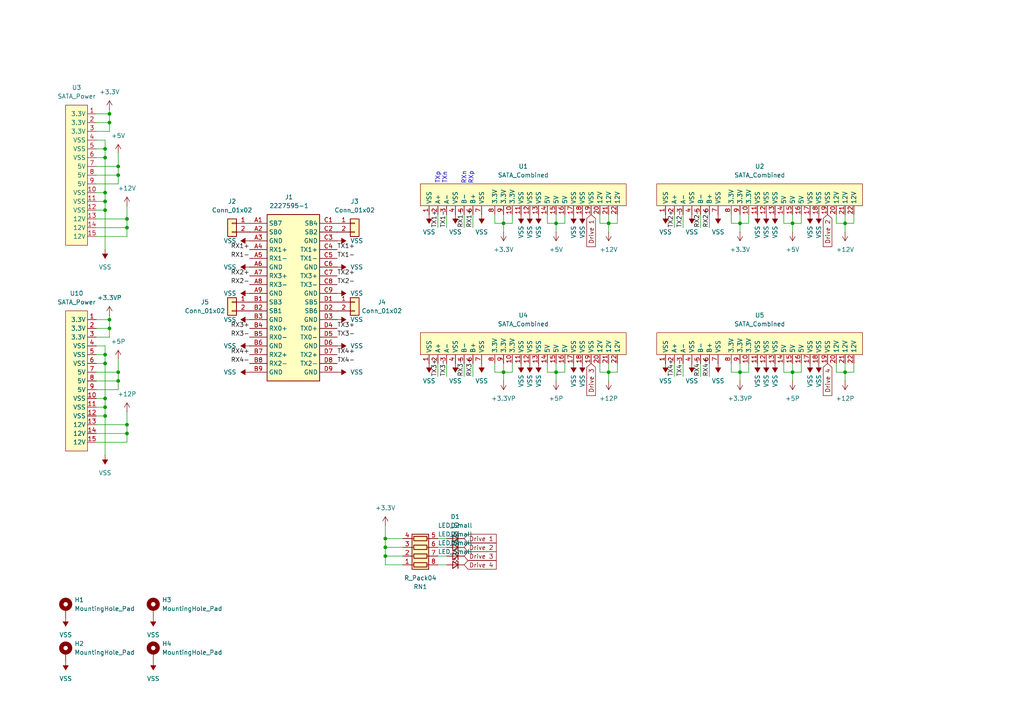
<source format=kicad_sch>
(kicad_sch (version 20250114) (generator "eeschema") (generator_version "9.0")
  (paper "A4")
  (lib_symbols
    (symbol "Connector_Generic:Conn_01x02" (pin_names (offset 1.016) (hide yes))
      (property "Reference" "J" (at 0 2.54 0))
      (property "Value" "Conn_01x02" (at 0 -5.08 0))
      (symbol "Conn_01x02_1_1"
        (rectangle (start -1.27 1.27) (end 1.27 -3.81) (stroke (width 0.254)) (fill (type background)))
        (rectangle (start -1.27 0.127) (end 0 -0.127) (stroke (width 0.1524)))
        (rectangle (start -1.27 -2.413) (end 0 -2.667) (stroke (width 0.1524)))
        (pin passive line (at -5.08 0 0) (length 3.81) (name "Pin_1") (number "1"))
        (pin passive line (at -5.08 -2.54 0) (length 3.81) (name "Pin_2") (number "2"))
      )
    )
    (symbol "Device:LED_Small" (pin_numbers (hide yes)) (pin_names (offset 0.254) (hide yes))
      (property "Reference" "D" (at -1.27 3.175 0))
      (property "Value" "LED_Small" (at -4.445 -2.54 0))
      (symbol "LED_Small_0_1"
        (polyline (pts (xy -0.762 -1.016) (xy -0.762 1.016)) (stroke (width 0.254)))
        (polyline (pts (xy 0 0.762) (xy -0.508 1.27) (xy -0.254 1.27) (xy -0.508 1.27) (xy -0.508 1.016)))
        (polyline (pts (xy 0.508 1.27) (xy 0 1.778) (xy 0.254 1.778) (xy 0 1.778) (xy 0 1.524)))
        (polyline (pts (xy 0.762 -1.016) (xy -0.762 0) (xy 0.762 1.016) (xy 0.762 -1.016)) (stroke (width 0.254)))
        (polyline (pts (xy 1.016 0) (xy -0.762 0)))
      )
      (symbol "LED_Small_1_1"
        (pin passive line (at -2.54 0 0) (length 1.778) (name "K") (number "1"))
        (pin passive line (at 2.54 0 180) (length 1.778) (name "A") (number "2"))
      )
    )
    (symbol "Device:R_Pack04" (pin_names (offset 0) (hide yes))
      (property "Reference" "RN" (at -7.62 0 90))
      (property "Value" "R_Pack04" (at 5.08 0 90))
      (symbol "R_Pack04_0_1"
        (rectangle (start -6.35 -2.413) (end 3.81 2.413) (stroke (width 0.254)) (fill (type background)))
        (rectangle (start -5.715 1.905) (end -4.445 -1.905) (stroke (width 0.254)))
        (polyline (pts (xy -5.08 1.905) (xy -5.08 2.54)))
        (polyline (pts (xy -5.08 -2.54) (xy -5.08 -1.905)))
        (rectangle (start -3.175 1.905) (end -1.905 -1.905) (stroke (width 0.254)))
        (polyline (pts (xy -2.54 1.905) (xy -2.54 2.54)))
        (polyline (pts (xy -2.54 -2.54) (xy -2.54 -1.905)))
        (rectangle (start -0.635 1.905) (end 0.635 -1.905) (stroke (width 0.254)))
        (polyline (pts (xy 0 1.905) (xy 0 2.54)))
        (polyline (pts (xy 0 -2.54) (xy 0 -1.905)))
        (rectangle (start 1.905 1.905) (end 3.175 -1.905) (stroke (width 0.254)))
        (polyline (pts (xy 2.54 1.905) (xy 2.54 2.54)))
        (polyline (pts (xy 2.54 -2.54) (xy 2.54 -1.905)))
      )
      (symbol "R_Pack04_1_1"
        (pin passive line (at -5.08 5.08 270) (length 2.54) (name "R1.2") (number "8"))
        (pin passive line (at -5.08 -5.08 90) (length 2.54) (name "R1.1") (number "1"))
        (pin passive line (at -2.54 5.08 270) (length 2.54) (name "R2.2") (number "7"))
        (pin passive line (at -2.54 -5.08 90) (length 2.54) (name "R2.1") (number "2"))
        (pin passive line (at 0 5.08 270) (length 2.54) (name "R3.2") (number "6"))
        (pin passive line (at 0 -5.08 90) (length 2.54) (name "R3.1") (number "3"))
        (pin passive line (at 2.54 5.08 270) (length 2.54) (name "R4.2") (number "5"))
        (pin passive line (at 2.54 -5.08 90) (length 2.54) (name "R4.1") (number "4"))
      )
    )
    (symbol "Mechanical:MountingHole_Pad" (pin_numbers (hide yes)) (pin_names (offset 1.016) (hide yes)) (exclude_from_sim yes) (in_bom no)
      (property "Reference" "H" (at 0 6.35 0))
      (property "Value" "MountingHole_Pad" (at 0 4.445 0))
      (symbol "MountingHole_Pad_0_1"
        (circle (center 0 1.27) (radius 1.27) (stroke (width 1.27)))
      )
      (symbol "MountingHole_Pad_1_1"
        (pin input line (at 0 -2.54 90) (length 2.54) (name "1") (number "1"))
      )
    )
    (symbol "UE-Connector:2227595-1"
      (property "Reference" "J" (at 5.08 7.62 0))
      (property "Value" "2227595-1" (at 5.08 5.08 0))
      (symbol "2227595-1_1_1"
        (rectangle (start 5.08 2.54) (end 20.32 -45.72) (stroke (width 0.254)) (fill (type background)))
        (pin passive line (at 0 0 0) (length 5.08) (name "SB7") (number "A1"))
        (pin passive line (at 0 -2.54 0) (length 5.08) (name "SB0") (number "A2"))
        (pin passive line (at 0 -5.08 0) (length 5.08) (name "GND") (number "A3"))
        (pin passive line (at 0 -7.62 0) (length 5.08) (name "RX1+") (number "A4"))
        (pin passive line (at 0 -10.16 0) (length 5.08) (name "RX1-") (number "A5"))
        (pin passive line (at 0 -12.7 0) (length 5.08) (name "GND") (number "A6"))
        (pin passive line (at 0 -15.24 0) (length 5.08) (name "RX3+") (number "A7"))
        (pin passive line (at 0 -17.78 0) (length 5.08) (name "RX3-") (number "A8"))
        (pin passive line (at 0 -20.32 0) (length 5.08) (name "GND") (number "A9"))
        (pin passive line (at 0 -22.86 0) (length 5.08) (name "SB3") (number "B1"))
        (pin passive line (at 0 -25.4 0) (length 5.08) (name "SB1") (number "B2"))
        (pin passive line (at 0 -27.94 0) (length 5.08) (name "GND") (number "B3"))
        (pin passive line (at 0 -30.48 0) (length 5.08) (name "RX0+") (number "B4"))
        (pin passive line (at 0 -33.02 0) (length 5.08) (name "RX0-") (number "B5"))
        (pin passive line (at 0 -35.56 0) (length 5.08) (name "GND") (number "B6"))
        (pin passive line (at 0 -38.1 0) (length 5.08) (name "RX2+") (number "B7"))
        (pin passive line (at 0 -40.64 0) (length 5.08) (name "RX2-") (number "B8"))
        (pin passive line (at 0 -43.18 0) (length 5.08) (name "GND") (number "B9"))
        (pin passive line (at 25.4 0 180) (length 5.08) (name "SB4") (number "C1"))
        (pin passive line (at 25.4 -2.54 180) (length 5.08) (name "SB2") (number "C2"))
        (pin passive line (at 25.4 -5.08 180) (length 5.08) (name "GND") (number "C3"))
        (pin passive line (at 25.4 -7.62 180) (length 5.08) (name "TX1+") (number "C4"))
        (pin passive line (at 25.4 -10.16 180) (length 5.08) (name "TX1-") (number "C5"))
        (pin passive line (at 25.4 -12.7 180) (length 5.08) (name "GND") (number "C6"))
        (pin passive line (at 25.4 -15.24 180) (length 5.08) (name "TX3+") (number "C7"))
        (pin passive line (at 25.4 -17.78 180) (length 5.08) (name "TX3-") (number "C8"))
        (pin passive line (at 25.4 -20.32 180) (length 5.08) (name "GND") (number "C9"))
        (pin passive line (at 25.4 -22.86 180) (length 5.08) (name "SB5") (number "D1"))
        (pin passive line (at 25.4 -25.4 180) (length 5.08) (name "SB6") (number "D2"))
        (pin passive line (at 25.4 -27.94 180) (length 5.08) (name "GND") (number "D3"))
        (pin passive line (at 25.4 -30.48 180) (length 5.08) (name "TX0+") (number "D4"))
        (pin passive line (at 25.4 -33.02 180) (length 5.08) (name "TX0-") (number "D5"))
        (pin passive line (at 25.4 -35.56 180) (length 5.08) (name "GND") (number "D6"))
        (pin passive line (at 25.4 -38.1 180) (length 5.08) (name "TX2+") (number "D7"))
        (pin passive line (at 25.4 -40.64 180) (length 5.08) (name "TX2-") (number "D8"))
        (pin passive line (at 25.4 -43.18 180) (length 5.08) (name "GND") (number "D9"))
      )
    )
    (symbol "UE-Connector:SATA_Combined-22Pin"
      (property "Reference" "U" (at -1.27 -4.826 0))
      (property "Value" "SATA_Combined" (at -7.874 -7.366 0))
      (symbol "SATA_Combined-22Pin_1_1"
        (rectangle (start 0 -2.54) (end 59.69 -8.89) (fill (type background)))
        (pin input line (at 2.54 0 270) (length 2.54) (name "VSS") (number "1"))
        (pin input line (at 5.08 0 270) (length 2.54) (name "A+") (number "2"))
        (pin input line (at 7.62 0 270) (length 2.54) (name "A-") (number "3"))
        (pin input line (at 10.16 0 270) (length 2.54) (name "VSS") (number "4"))
        (pin input line (at 12.7 0 270) (length 2.54) (name "B-") (number "5"))
        (pin input line (at 15.24 0 270) (length 2.54) (name "B+") (number "6"))
        (pin input line (at 17.78 0 270) (length 2.54) (name "VSS") (number "7"))
        (pin input line (at 21.59 0 270) (length 2.54) (name "3.3V") (number "8"))
        (pin input line (at 24.13 0 270) (length 2.54) (name "3.3V") (number "9"))
        (pin input line (at 26.67 0 270) (length 2.54) (name "3.3V") (number "10"))
        (pin input line (at 29.21 0 270) (length 2.54) (name "VSS") (number "11"))
        (pin input line (at 31.75 0 270) (length 2.54) (name "VSS") (number "12"))
        (pin input line (at 34.29 0 270) (length 2.54) (name "VSS") (number "13"))
        (pin input line (at 36.83 0 270) (length 2.54) (name "5V") (number "14"))
        (pin input line (at 39.37 0 270) (length 2.54) (name "5V") (number "15"))
        (pin input line (at 41.91 0 270) (length 2.54) (name "5V") (number "16"))
        (pin input line (at 44.45 0 270) (length 2.54) (name "VSS") (number "17"))
        (pin input line (at 46.99 0 270) (length 2.54) (name "VSS") (number "18"))
        (pin input line (at 49.53 0 270) (length 2.54) (name "VSS") (number "19"))
        (pin input line (at 52.07 0 270) (length 2.54) (name "12V") (number "20"))
        (pin input line (at 54.61 0 270) (length 2.54) (name "12V") (number "21"))
        (pin input line (at 57.15 0 270) (length 2.54) (name "12V") (number "22"))
      )
    )
    (symbol "UE-Connector:SATA_Power-15Pin"
      (property "Reference" "U" (at -1.524 -1.524 0))
      (property "Value" "SATA_Power" (at -6.096 -7.366 0))
      (symbol "SATA_Power-15Pin_1_1"
        (rectangle (start 0 -2.54) (end 40.64 -8.89) (fill (type background)))
        (pin input line (at 2.54 0 270) (length 2.54) (name "3.3V") (number "1"))
        (pin input line (at 5.08 0 270) (length 2.54) (name "3.3V") (number "2"))
        (pin input line (at 7.62 0 270) (length 2.54) (name "3.3V") (number "3"))
        (pin input line (at 10.16 0 270) (length 2.54) (name "VSS") (number "4"))
        (pin input line (at 12.7 0 270) (length 2.54) (name "VSS") (number "5"))
        (pin input line (at 15.24 0 270) (length 2.54) (name "VSS") (number "6"))
        (pin input line (at 17.78 0 270) (length 2.54) (name "5V") (number "7"))
        (pin input line (at 20.32 0 270) (length 2.54) (name "5V") (number "8"))
        (pin input line (at 22.86 0 270) (length 2.54) (name "5V") (number "9"))
        (pin input line (at 25.4 0 270) (length 2.54) (name "VSS") (number "10"))
        (pin input line (at 27.94 0 270) (length 2.54) (name "VSS") (number "11"))
        (pin input line (at 30.48 0 270) (length 2.54) (name "VSS") (number "12"))
        (pin input line (at 33.02 0 270) (length 2.54) (name "12V") (number "13"))
        (pin input line (at 35.56 0 270) (length 2.54) (name "12V") (number "14"))
        (pin input line (at 38.1 0 270) (length 2.54) (name "12V") (number "15"))
      )
    )
    (symbol "power:+12P" (power) (pin_numbers (hide yes)) (pin_names (offset 0) (hide yes))
      (property "Value" "+12P" (at 0 3.556 0))
      (symbol "+12P_0_1"
        (polyline (pts (xy -0.762 1.27) (xy 0 2.54)))
        (polyline (pts (xy 0 2.54) (xy 0.762 1.27)))
        (polyline (pts (xy 0 0) (xy 0 2.54)))
      )
      (symbol "+12P_1_1"
        (pin power_in line (at 0 0 90) (length 0) (name "~") (number "1"))
      )
    )
    (symbol "power:+12V" (power) (pin_numbers (hide yes)) (pin_names (offset 0) (hide yes))
      (property "Value" "+12V" (at 0 3.556 0))
      (symbol "+12V_0_1"
        (polyline (pts (xy -0.762 1.27) (xy 0 2.54)))
        (polyline (pts (xy 0 2.54) (xy 0.762 1.27)))
        (polyline (pts (xy 0 0) (xy 0 2.54)))
      )
      (symbol "+12V_1_1"
        (pin power_in line (at 0 0 90) (length 0) (name "~") (number "1"))
      )
    )
    (symbol "power:+3.3V" (power) (pin_numbers (hide yes)) (pin_names (offset 0) (hide yes))
      (property "Value" "+3.3V" (at 0 3.556 0))
      (symbol "+3.3V_0_1"
        (polyline (pts (xy -0.762 1.27) (xy 0 2.54)))
        (polyline (pts (xy 0 2.54) (xy 0.762 1.27)))
        (polyline (pts (xy 0 0) (xy 0 2.54)))
      )
      (symbol "+3.3V_1_1"
        (pin power_in line (at 0 0 90) (length 0) (name "~") (number "1"))
      )
    )
    (symbol "power:+3.3VP" (power) (pin_numbers (hide yes)) (pin_names (offset 0) (hide yes))
      (property "Value" "+3.3VP" (at 0 3.556 0))
      (symbol "+3.3VP_0_0"
        (pin power_in line (at 0 0 90) (length 0) (name "~") (number "1"))
      )
      (symbol "+3.3VP_0_1"
        (polyline (pts (xy -0.762 1.27) (xy 0 2.54)))
        (polyline (pts (xy 0 2.54) (xy 0.762 1.27)))
        (polyline (pts (xy 0 0) (xy 0 2.54)))
      )
    )
    (symbol "power:+5P" (power) (pin_numbers (hide yes)) (pin_names (offset 0) (hide yes))
      (property "Value" "+5P" (at 0 3.556 0))
      (symbol "+5P_0_1"
        (polyline (pts (xy -0.762 1.27) (xy 0 2.54)))
        (polyline (pts (xy 0 2.54) (xy 0.762 1.27)))
        (polyline (pts (xy 0 0) (xy 0 2.54)))
      )
      (symbol "+5P_1_1"
        (pin power_in line (at 0 0 90) (length 0) (name "~") (number "1"))
      )
    )
    (symbol "power:+5V" (power) (pin_numbers (hide yes)) (pin_names (offset 0) (hide yes))
      (property "Value" "+5V" (at 0 3.556 0))
      (symbol "+5V_0_1"
        (polyline (pts (xy -0.762 1.27) (xy 0 2.54)))
        (polyline (pts (xy 0 2.54) (xy 0.762 1.27)))
        (polyline (pts (xy 0 0) (xy 0 2.54)))
      )
      (symbol "+5V_1_1"
        (pin power_in line (at 0 0 90) (length 0) (name "~") (number "1"))
      )
    )
    (symbol "power:VSS" (power) (pin_numbers (hide yes)) (pin_names (offset 0) (hide yes))
      (property "Value" "VSS" (at 0 3.556 0))
      (symbol "VSS_0_1"
        (polyline (pts (xy 0 0) (xy 0 2.54)))
        (polyline (pts (xy 0.762 1.27) (xy -0.762 1.27) (xy 0 2.54) (xy 0.762 1.27)) (fill (type outline)))
      )
      (symbol "VSS_1_1"
        (pin power_in line (at 0 0 90) (length 0) (name "~") (number "1"))
      )
    )
  )
  (text "RXn\nRXp" (at 135.636 51.562 90) (effects (font (size 1.27 1.27))))
  (text "TXp\nTXn" (at 128.016 51.562 90) (effects (font (size 1.27 1.27))))
  (junction (at 146.05 64.77))
  (junction (at 111.76 161.29))
  (junction (at 30.48 102.87))
  (junction (at 30.48 118.11))
  (junction (at 36.83 66.04))
  (junction (at 31.75 95.25))
  (junction (at 34.29 110.49))
  (junction (at 31.75 35.56))
  (junction (at 30.48 105.41))
  (junction (at 30.48 58.42))
  (junction (at 161.29 64.77))
  (junction (at 229.87 64.77))
  (junction (at 245.11 64.77))
  (junction (at 36.83 125.73))
  (junction (at 30.48 55.88))
  (junction (at 30.48 43.18))
  (junction (at 31.75 92.71))
  (junction (at 36.83 123.19))
  (junction (at 34.29 107.95))
  (junction (at 34.29 48.26))
  (junction (at 176.53 64.77))
  (junction (at 176.53 107.95))
  (junction (at 245.11 107.95))
  (junction (at 30.48 120.65))
  (junction (at 36.83 63.5))
  (junction (at 214.63 107.95))
  (junction (at 31.75 33.02))
  (junction (at 30.48 45.72))
  (junction (at 30.48 115.57))
  (junction (at 214.63 64.77))
  (junction (at 161.29 107.95))
  (junction (at 146.05 107.95))
  (junction (at 229.87 107.95))
  (junction (at 34.29 50.8))
  (junction (at 30.48 60.96))
  (junction (at 111.76 156.21))
  (junction (at 111.76 158.75))
  (wire (pts (xy 31.75 35.56) (xy 31.75 33.02)))
  (wire (pts (xy 27.94 92.71) (xy 31.75 92.71)))
  (wire (pts (xy 245.11 64.77) (xy 247.65 64.77)))
  (wire (pts (xy 30.48 58.42) (xy 30.48 60.96)))
  (wire (pts (xy 36.83 123.19) (xy 36.83 119.38)))
  (wire (pts (xy 27.94 128.27) (xy 36.83 128.27)))
  (wire (pts (xy 217.17 64.77) (xy 217.17 62.23)))
  (wire (pts (xy 27.94 68.58) (xy 36.83 68.58)))
  (wire (pts (xy 31.75 38.1) (xy 31.75 35.56)))
  (wire (pts (xy 179.07 105.41) (xy 179.07 107.95)))
  (wire (pts (xy 163.83 62.23) (xy 163.83 64.77)))
  (wire (pts (xy 173.99 64.77) (xy 176.53 64.77)))
  (wire (pts (xy 134.62 62.23) (xy 134.62 66.04)))
  (wire (pts (xy 127 158.75) (xy 129.54 158.75)))
  (wire (pts (xy 31.75 33.02) (xy 31.75 31.75)))
  (wire (pts (xy 161.29 105.41) (xy 161.29 107.95)))
  (wire (pts (xy 116.84 163.83) (xy 111.76 163.83)))
  (wire (pts (xy 212.09 107.95) (xy 214.63 107.95)))
  (wire (pts (xy 137.16 62.23) (xy 137.16 66.04)))
  (wire (pts (xy 27.94 55.88) (xy 30.48 55.88)))
  (wire (pts (xy 163.83 105.41) (xy 163.83 107.95)))
  (wire (pts (xy 158.75 64.77) (xy 161.29 64.77)))
  (wire (pts (xy 27.94 113.03) (xy 34.29 113.03)))
  (wire (pts (xy 127 105.41) (xy 127 109.22)))
  (wire (pts (xy 229.87 62.23) (xy 229.87 64.77)))
  (wire (pts (xy 111.76 161.29) (xy 116.84 161.29)))
  (wire (pts (xy 143.51 107.95) (xy 146.05 107.95)))
  (wire (pts (xy 245.11 107.95) (xy 245.11 110.49)))
  (wire (pts (xy 36.83 125.73) (xy 36.83 123.19)))
  (wire (pts (xy 27.94 123.19) (xy 36.83 123.19)))
  (wire (pts (xy 173.99 107.95) (xy 176.53 107.95)))
  (wire (pts (xy 242.57 64.77) (xy 245.11 64.77)))
  (wire (pts (xy 34.29 48.26) (xy 34.29 44.45)))
  (wire (pts (xy 111.76 156.21) (xy 116.84 156.21)))
  (wire (pts (xy 214.63 64.77) (xy 214.63 67.31)))
  (wire (pts (xy 27.94 58.42) (xy 30.48 58.42)))
  (wire (pts (xy 161.29 62.23) (xy 161.29 64.77)))
  (wire (pts (xy 27.94 110.49) (xy 34.29 110.49)))
  (wire (pts (xy 176.53 64.77) (xy 179.07 64.77)))
  (wire (pts (xy 148.59 64.77) (xy 148.59 62.23)))
  (wire (pts (xy 27.94 53.34) (xy 34.29 53.34)))
  (wire (pts (xy 146.05 62.23) (xy 146.05 64.77)))
  (wire (pts (xy 111.76 158.75) (xy 111.76 156.21)))
  (wire (pts (xy 31.75 97.79) (xy 31.75 95.25)))
  (wire (pts (xy 198.12 62.23) (xy 198.12 66.04)))
  (wire (pts (xy 212.09 64.77) (xy 214.63 64.77)))
  (wire (pts (xy 31.75 92.71) (xy 31.75 91.44)))
  (wire (pts (xy 245.11 64.77) (xy 245.11 67.31)))
  (wire (pts (xy 148.59 107.95) (xy 148.59 105.41)))
  (wire (pts (xy 195.58 105.41) (xy 195.58 109.22)))
  (wire (pts (xy 111.76 161.29) (xy 111.76 158.75)))
  (wire (pts (xy 27.94 50.8) (xy 34.29 50.8)))
  (wire (pts (xy 229.87 64.77) (xy 232.41 64.77)))
  (wire (pts (xy 30.48 100.33) (xy 30.48 102.87)))
  (wire (pts (xy 36.83 66.04) (xy 36.83 63.5)))
  (wire (pts (xy 176.53 107.95) (xy 176.53 110.49)))
  (wire (pts (xy 27.94 100.33) (xy 30.48 100.33)))
  (wire (pts (xy 176.53 62.23) (xy 176.53 64.77)))
  (wire (pts (xy 30.48 120.65) (xy 30.48 132.08)))
  (wire (pts (xy 30.48 115.57) (xy 30.48 118.11)))
  (wire (pts (xy 36.83 63.5) (xy 36.83 59.69)))
  (wire (pts (xy 229.87 105.41) (xy 229.87 107.95)))
  (wire (pts (xy 245.11 105.41) (xy 245.11 107.95)))
  (wire (pts (xy 203.2 105.41) (xy 203.2 109.22)))
  (wire (pts (xy 245.11 62.23) (xy 245.11 64.77)))
  (wire (pts (xy 27.94 102.87) (xy 30.48 102.87)))
  (wire (pts (xy 111.76 158.75) (xy 116.84 158.75)))
  (wire (pts (xy 30.48 55.88) (xy 30.48 58.42)))
  (wire (pts (xy 161.29 64.77) (xy 163.83 64.77)))
  (wire (pts (xy 176.53 105.41) (xy 176.53 107.95)))
  (wire (pts (xy 161.29 107.95) (xy 161.29 110.49)))
  (wire (pts (xy 212.09 105.41) (xy 212.09 107.95)))
  (wire (pts (xy 158.75 107.95) (xy 161.29 107.95)))
  (wire (pts (xy 134.62 105.41) (xy 134.62 109.22)))
  (wire (pts (xy 137.16 105.41) (xy 137.16 109.22)))
  (wire (pts (xy 212.09 62.23) (xy 212.09 64.77)))
  (wire (pts (xy 247.65 62.23) (xy 247.65 64.77)))
  (wire (pts (xy 31.75 95.25) (xy 31.75 92.71)))
  (wire (pts (xy 179.07 62.23) (xy 179.07 64.77)))
  (wire (pts (xy 242.57 105.41) (xy 242.57 107.95)))
  (wire (pts (xy 127 156.21) (xy 129.54 156.21)))
  (wire (pts (xy 27.94 105.41) (xy 30.48 105.41)))
  (wire (pts (xy 245.11 107.95) (xy 247.65 107.95)))
  (wire (pts (xy 143.51 105.41) (xy 143.51 107.95)))
  (wire (pts (xy 203.2 62.23) (xy 203.2 66.04)))
  (wire (pts (xy 146.05 64.77) (xy 148.59 64.77)))
  (wire (pts (xy 30.48 40.64) (xy 30.48 43.18)))
  (wire (pts (xy 214.63 107.95) (xy 217.17 107.95)))
  (wire (pts (xy 247.65 105.41) (xy 247.65 107.95)))
  (wire (pts (xy 161.29 64.77) (xy 161.29 67.31)))
  (wire (pts (xy 214.63 107.95) (xy 214.63 110.49)))
  (wire (pts (xy 27.94 63.5) (xy 36.83 63.5)))
  (wire (pts (xy 146.05 107.95) (xy 146.05 110.49)))
  (wire (pts (xy 229.87 64.77) (xy 229.87 67.31)))
  (wire (pts (xy 27.94 43.18) (xy 30.48 43.18)))
  (wire (pts (xy 176.53 64.77) (xy 176.53 67.31)))
  (wire (pts (xy 27.94 118.11) (xy 30.48 118.11)))
  (wire (pts (xy 27.94 60.96) (xy 30.48 60.96)))
  (wire (pts (xy 27.94 115.57) (xy 30.48 115.57)))
  (wire (pts (xy 195.58 62.23) (xy 195.58 66.04)))
  (wire (pts (xy 127 163.83) (xy 129.54 163.83)))
  (wire (pts (xy 30.48 102.87) (xy 30.48 105.41)))
  (wire (pts (xy 30.48 43.18) (xy 30.48 45.72)))
  (wire (pts (xy 205.74 62.23) (xy 205.74 66.04)))
  (wire (pts (xy 232.41 62.23) (xy 232.41 64.77)))
  (wire (pts (xy 198.12 105.41) (xy 198.12 109.22)))
  (wire (pts (xy 214.63 105.41) (xy 214.63 107.95)))
  (wire (pts (xy 229.87 107.95) (xy 232.41 107.95)))
  (wire (pts (xy 27.94 35.56) (xy 31.75 35.56)))
  (wire (pts (xy 27.94 107.95) (xy 34.29 107.95)))
  (wire (pts (xy 36.83 68.58) (xy 36.83 66.04)))
  (wire (pts (xy 34.29 113.03) (xy 34.29 110.49)))
  (wire (pts (xy 217.17 107.95) (xy 217.17 105.41)))
  (wire (pts (xy 143.51 64.77) (xy 146.05 64.77)))
  (wire (pts (xy 158.75 105.41) (xy 158.75 107.95)))
  (wire (pts (xy 30.48 60.96) (xy 30.48 72.39)))
  (wire (pts (xy 173.99 62.23) (xy 173.99 64.77)))
  (wire (pts (xy 214.63 64.77) (xy 217.17 64.77)))
  (wire (pts (xy 146.05 107.95) (xy 148.59 107.95)))
  (wire (pts (xy 111.76 163.83) (xy 111.76 161.29)))
  (wire (pts (xy 242.57 62.23) (xy 242.57 64.77)))
  (wire (pts (xy 111.76 156.21) (xy 111.76 152.4)))
  (wire (pts (xy 34.29 50.8) (xy 34.29 48.26)))
  (wire (pts (xy 227.33 105.41) (xy 227.33 107.95)))
  (wire (pts (xy 36.83 128.27) (xy 36.83 125.73)))
  (wire (pts (xy 27.94 97.79) (xy 31.75 97.79)))
  (wire (pts (xy 232.41 105.41) (xy 232.41 107.95)))
  (wire (pts (xy 176.53 107.95) (xy 179.07 107.95)))
  (wire (pts (xy 34.29 53.34) (xy 34.29 50.8)))
  (wire (pts (xy 127 62.23) (xy 127 66.04)))
  (wire (pts (xy 27.94 66.04) (xy 36.83 66.04)))
  (wire (pts (xy 173.99 105.41) (xy 173.99 107.95)))
  (wire (pts (xy 129.54 62.23) (xy 129.54 66.04)))
  (wire (pts (xy 27.94 95.25) (xy 31.75 95.25)))
  (wire (pts (xy 127 161.29) (xy 129.54 161.29)))
  (wire (pts (xy 129.54 105.41) (xy 129.54 109.22)))
  (wire (pts (xy 30.48 118.11) (xy 30.48 120.65)))
  (wire (pts (xy 227.33 62.23) (xy 227.33 64.77)))
  (wire (pts (xy 34.29 107.95) (xy 34.29 104.14)))
  (wire (pts (xy 227.33 107.95) (xy 229.87 107.95)))
  (wire (pts (xy 143.51 62.23) (xy 143.51 64.77)))
  (wire (pts (xy 146.05 64.77) (xy 146.05 67.31)))
  (wire (pts (xy 27.94 40.64) (xy 30.48 40.64)))
  (wire (pts (xy 34.29 110.49) (xy 34.29 107.95)))
  (wire (pts (xy 214.63 62.23) (xy 214.63 64.77)))
  (wire (pts (xy 27.94 125.73) (xy 36.83 125.73)))
  (wire (pts (xy 158.75 62.23) (xy 158.75 64.77)))
  (wire (pts (xy 229.87 107.95) (xy 229.87 110.49)))
  (wire (pts (xy 161.29 107.95) (xy 163.83 107.95)))
  (wire (pts (xy 27.94 45.72) (xy 30.48 45.72)))
  (wire (pts (xy 27.94 33.02) (xy 31.75 33.02)))
  (wire (pts (xy 30.48 105.41) (xy 30.48 115.57)))
  (wire (pts (xy 30.48 45.72) (xy 30.48 55.88)))
  (wire (pts (xy 27.94 48.26) (xy 34.29 48.26)))
  (wire (pts (xy 27.94 38.1) (xy 31.75 38.1)))
  (wire (pts (xy 146.05 105.41) (xy 146.05 107.95)))
  (wire (pts (xy 27.94 120.65) (xy 30.48 120.65)))
  (wire (pts (xy 227.33 64.77) (xy 229.87 64.77)))
  (wire (pts (xy 242.57 107.95) (xy 245.11 107.95)))
  (wire (pts (xy 205.74 105.41) (xy 205.74 109.22)))
  (label "TX1-" (at 97.79 74.93 0))
  (label "RX4-" (at 203.2 109.22 90))
  (label "TX3-" (at 97.79 97.79 0))
  (label "RX2-" (at 203.2 66.04 90))
  (label "RX2+" (at 72.39 80.01 180))
  (label "TX1-" (at 129.54 66.04 90))
  (label "TX2-" (at 97.79 82.55 0))
  (label "RX1+" (at 72.39 72.39 180))
  (label "TX4-" (at 198.12 109.22 90))
  (label "TX3+" (at 127 109.22 90))
  (label "RX4+" (at 72.39 102.87 180))
  (label "TX4+" (at 97.79 102.87 0))
  (label "TX3-" (at 129.54 109.22 90))
  (label "TX4-" (at 97.79 105.41 0))
  (label "TX2+" (at 97.79 80.01 0))
  (label "RX2+" (at 205.74 66.04 90))
  (label "RX4-" (at 72.39 105.41 180))
  (label "RX1+" (at 137.16 66.04 90))
  (label "RX3+" (at 137.16 109.22 90))
  (label "TX1+" (at 97.79 72.39 0))
  (label "TX2+" (at 195.58 66.04 90))
  (label "RX3-" (at 72.39 97.79 180))
  (label "TX2-" (at 198.12 66.04 90))
  (label "RX3-" (at 134.62 109.22 90))
  (label "TX3+" (at 97.79 95.25 0))
  (label "RX2-" (at 72.39 82.55 180))
  (label "TX1+" (at 127 66.04 90))
  (label "RX3+" (at 72.39 95.25 180))
  (label "RX4+" (at 205.74 109.22 90))
  (label "RX1-" (at 134.62 66.04 90))
  (label "RX1-" (at 72.39 74.93 180))
  (label "TX4+" (at 195.58 109.22 90))
  (global_label "Drive 2" (shape input) (at 134.62 158.75 0) (property "Intersheetrefs" "${INTERSHEET_REFS}" (effects (hide yes))))
  (global_label "Drive 3" (shape input) (at 171.45 105.41 270) (property "Intersheetrefs" "${INTERSHEET_REFS}" (effects (hide yes))))
  (global_label "Drive 4" (shape input) (at 134.62 163.83 0) (property "Intersheetrefs" "${INTERSHEET_REFS}" (effects (hide yes))))
  (global_label "Drive 3" (shape input) (at 134.62 161.29 0) (property "Intersheetrefs" "${INTERSHEET_REFS}" (effects (hide yes))))
  (global_label "Drive 2" (shape input) (at 240.03 62.23 270) (property "Intersheetrefs" "${INTERSHEET_REFS}" (effects (hide yes))))
  (global_label "Drive 1" (shape input) (at 171.45 62.23 270) (property "Intersheetrefs" "${INTERSHEET_REFS}" (effects (hide yes))))
  (global_label "Drive 4" (shape input) (at 240.03 105.41 270) (property "Intersheetrefs" "${INTERSHEET_REFS}" (effects (hide yes))))
  (global_label "Drive 1" (shape input) (at 134.62 156.21 0) (property "Intersheetrefs" "${INTERSHEET_REFS}" (effects (hide yes))))
  (symbol (lib_id "power:VSS") (at 124.46 105.41 180) (unit 1)
    (property "Reference" "#PWR017" (effects (hide yes)))
    (property "Value" "VSS" (at 124.46 110.49 0))
    (property "Description" "Power symbol creates a global label with name \"VSS\"" (effects (hide yes)))
  )
  (symbol (lib_id "Mechanical:MountingHole_Pad") (at 44.45 176.53 0) (unit 1) (exclude_from_sim yes) (in_bom no)
    (property "Reference" "H3" (at 46.99 173.9899 0) (effects (justify left)))
    (property "Value" "MountingHole_Pad" (at 46.99 176.5299 0) (effects (justify left)))
    (property "Footprint" "MountingHole:MountingHole_3.2mm_M3_DIN965_Pad" (effects (hide yes)))
    (property "Description" "Mounting Hole with connection" (effects (hide yes)))
  )
  (symbol (lib_id "power:VSS") (at 151.13 105.41 180) (unit 1)
    (property "Reference" "#PWR024" (effects (hide yes)))
    (property "Value" "VSS" (at 151.13 110.49 90))
    (property "Description" "Power symbol creates a global label with name \"VSS\"" (effects (hide yes)))
  )
  (symbol (lib_id "Mechanical:MountingHole_Pad") (at 44.45 189.23 0) (unit 1) (exclude_from_sim yes) (in_bom no)
    (property "Reference" "H4" (at 46.99 186.6899 0) (effects (justify left)))
    (property "Value" "MountingHole_Pad" (at 46.99 189.2299 0) (effects (justify left)))
    (property "Footprint" "MountingHole:MountingHole_3.2mm_M3_DIN965_Pad" (effects (hide yes)))
    (property "Description" "Mounting Hole with connection" (effects (hide yes)))
  )
  (symbol (lib_id "power:VSS") (at 234.95 105.41 180) (unit 1)
    (property "Reference" "#PWR058" (effects (hide yes)))
    (property "Value" "VSS" (at 234.95 110.49 90))
    (property "Description" "Power symbol creates a global label with name \"VSS\"" (effects (hide yes)))
  )
  (symbol (lib_id "power:VSS") (at 151.13 62.23 180) (unit 1)
    (property "Reference" "#PWR08" (effects (hide yes)))
    (property "Value" "VSS" (at 151.13 67.31 90))
    (property "Description" "Power symbol creates a global label with name \"VSS\"" (effects (hide yes)))
  )
  (symbol (lib_id "power:VSS") (at 200.66 62.23 180) (unit 1)
    (property "Reference" "#PWR036" (effects (hide yes)))
    (property "Value" "VSS" (at 200.66 67.31 0))
    (property "Description" "Power symbol creates a global label with name \"VSS\"" (effects (hide yes)))
  )
  (symbol (lib_id "Connector_Generic:Conn_01x02") (at 102.87 87.63 0) (unit 1)
    (property "Reference" "J4" (at 110.744 87.63 0))
    (property "Value" "Conn_01x02" (at 110.744 90.17 0))
    (property "Description" "Generic connector, single row, 01x02, script generated (kicad-library-utils/schlib/autogen/connector/)" (effects (hide yes)))
  )
  (symbol (lib_id "UE-Connector:SATA_Power-15Pin") (at 27.94 30.48 270) (unit 1)
    (property "Reference" "U3" (at 22.225 25.4 90))
    (property "Value" "SATA_Power" (at 22.225 27.94 90))
    (property "Footprint" "UE-Connector:alim_SATA" (effects (hide yes)))
  )
  (symbol (lib_id "power:VSS") (at 132.08 62.23 180) (unit 1)
    (property "Reference" "#PWR06" (effects (hide yes)))
    (property "Value" "VSS" (at 132.08 67.31 0))
    (property "Description" "Power symbol creates a global label with name \"VSS\"" (effects (hide yes)))
  )
  (symbol (lib_id "UE-Connector:SATA_Combined-22Pin") (at 190.5 105.41 0) (mirror x) (unit 1)
    (property "Reference" "U5" (at 220.345 91.44 0))
    (property "Value" "SATA_Combined" (at 220.345 93.98 0))
    (property "Footprint" "UE-Connector:CONN22_877811_MOL" (effects (hide yes)))
  )
  (symbol (lib_id "power:+3.3VP") (at 31.75 91.44 0) (unit 1)
    (property "Reference" "#PWR067" (effects (hide yes)))
    (property "Value" "+3.3VP" (at 31.75 86.36 0))
    (property "Description" "Power symbol creates a global label with name \"+3.3VP\"" (effects (hide yes)))
  )
  (symbol (lib_id "power:VSS") (at 166.37 105.41 180) (unit 1)
    (property "Reference" "#PWR028" (effects (hide yes)))
    (property "Value" "VSS" (at 166.37 110.49 90))
    (property "Description" "Power symbol creates a global label with name \"VSS\"" (effects (hide yes)))
  )
  (symbol (lib_id "power:VSS") (at 72.39 85.09 90) (unit 1)
    (property "Reference" "#PWR062" (effects (hide yes)))
    (property "Value" "VSS" (at 68.58 85.0899 90) (effects (justify left)))
    (property "Description" "Power symbol creates a global label with name \"VSS\"" (effects (hide yes)))
  )
  (symbol (lib_id "power:VSS") (at 237.49 105.41 180) (unit 1)
    (property "Reference" "#PWR060" (effects (hide yes)))
    (property "Value" "VSS" (at 237.49 110.49 90))
    (property "Description" "Power symbol creates a global label with name \"VSS\"" (effects (hide yes)))
  )
  (symbol (lib_id "power:+3.3VP") (at 146.05 110.49 180) (unit 1)
    (property "Reference" "#PWR066" (effects (hide yes)))
    (property "Value" "+3.3VP" (at 146.05 115.57 0))
    (property "Description" "Power symbol creates a global label with name \"+3.3VP\"" (effects (hide yes)))
  )
  (symbol (lib_id "power:VSS") (at 139.7 62.23 180) (unit 1)
    (property "Reference" "#PWR07" (effects (hide yes)))
    (property "Value" "VSS" (at 139.7 67.31 0))
    (property "Description" "Power symbol creates a global label with name \"VSS\"" (effects (hide yes)))
  )
  (symbol (lib_id "Device:LED_Small") (at 132.08 156.21 0) (mirror y) (unit 1)
    (property "Reference" "D1" (at 132.0165 149.86 0))
    (property "Value" "LED_Small" (at 132.0165 152.4 0))
    (property "Footprint" "LED_SMD:LED_0805_2012Metric" (effects (hide yes)))
    (property "Description" "Light emitting diode, small symbol" (effects (hide yes)))
  )
  (symbol (lib_id "power:+12V") (at 245.11 67.31 180) (unit 1)
    (property "Reference" "#PWR063" (effects (hide yes)))
    (property "Value" "+12V" (at 245.11 72.39 0))
    (property "Description" "Power symbol creates a global label with name \"+12V\"" (effects (hide yes)))
  )
  (symbol (lib_id "UE-Connector:SATA_Power-15Pin") (at 27.94 90.17 270) (unit 1)
    (property "Reference" "U10" (at 22.225 85.09 90))
    (property "Value" "SATA_Power" (at 22.225 87.63 90))
    (property "Footprint" "UE-Connector:alim_SATA" (effects (hide yes)))
  )
  (symbol (lib_id "power:VSS") (at 208.28 105.41 180) (unit 1)
    (property "Reference" "#PWR042" (effects (hide yes)))
    (property "Value" "VSS" (at 208.28 110.49 0))
    (property "Description" "Power symbol creates a global label with name \"VSS\"" (effects (hide yes)))
  )
  (symbol (lib_id "Device:R_Pack04") (at 121.92 158.75 270) (mirror x) (unit 1)
    (property "Reference" "RN1" (at 121.92 170.18 90))
    (property "Value" "R_Pack04" (at 121.92 167.64 90))
    (property "Footprint" "Resistor_SMD:R_Array_Concave_4x0603" (effects (hide yes)))
    (property "Description" "4 resistor network, parallel topology" (effects (hide yes)))
  )
  (symbol (lib_id "power:VSS") (at 139.7 105.41 180) (unit 1)
    (property "Reference" "#PWR021" (effects (hide yes)))
    (property "Value" "VSS" (at 139.7 110.49 0))
    (property "Description" "Power symbol creates a global label with name \"VSS\"" (effects (hide yes)))
  )
  (symbol (lib_id "power:VSS") (at 19.05 191.77 180) (unit 1)
    (property "Reference" "#PWR056" (effects (hide yes)))
    (property "Value" "VSS" (at 19.05 196.85 0))
    (property "Description" "Power symbol creates a global label with name \"VSS\"" (effects (hide yes)))
  )
  (symbol (lib_id "power:+5P") (at 34.29 104.14 0) (unit 1)
    (property "Reference" "#PWR069" (effects (hide yes)))
    (property "Value" "+5P" (at 34.29 99.06 0))
    (property "Description" "Power symbol creates a global label with name \"+5P\"" (effects (hide yes)))
  )
  (symbol (lib_id "power:VSS") (at 224.79 62.23 180) (unit 1)
    (property "Reference" "#PWR050" (effects (hide yes)))
    (property "Value" "VSS" (at 224.79 67.31 90))
    (property "Description" "Power symbol creates a global label with name \"VSS\"" (effects (hide yes)))
  )
  (symbol (lib_id "UE-Connector:2227595-1") (at 72.39 64.77 0) (unit 1)
    (property "Reference" "J1" (at 83.82 57.15 0))
    (property "Value" "2227595-1" (at 83.82 59.69 0))
    (property "Footprint" "22275951" (effects (hide yes)))
    (property "Datasheet" "http://www.te.com/commerce/DocumentDelivery/DDEController?Action=srchrtrv&DocNm=2227595&DocType=Customer+Drawing&DocLang=English" (effects (hide yes)))
    (property "Description" "I/O Connectors 1X1 VERT ASSY, MINI SAS HD INTERNAL" (effects (hide yes)))
    (property "Height" "14.2" (effects (hide yes)))
    (property "Manufacturer_Name" "TE Connectivity" (effects (hide yes)))
    (property "Manufacturer_Part_Number" "2227595-1" (effects (hide yes)))
    (property "Mouser Part Number" "571-2227595-1" (effects (hide yes)))
    (property "Mouser Price/Stock" "https://www.mouser.co.uk/ProductDetail/TE-Connectivity/2227595-1?qs=ZH26iPUykMX7%2FUCsNC121Q%3D%3D" (effects (hide yes)))
  )
  (symbol (lib_id "power:VSS") (at 124.46 62.23 180) (unit 1)
    (property "Reference" "#PWR05" (effects (hide yes)))
    (property "Value" "VSS" (at 124.46 67.31 0))
    (property "Description" "Power symbol creates a global label with name \"VSS\"" (effects (hide yes)))
  )
  (symbol (lib_id "power:VSS") (at 97.79 77.47 270) (mirror x) (unit 1)
    (property "Reference" "#PWR078" (effects (hide yes)))
    (property "Value" "VSS" (at 101.6 77.4699 90) (effects (justify left)))
    (property "Description" "Power symbol creates a global label with name \"VSS\"" (effects (hide yes)))
  )
  (symbol (lib_id "power:+3.3V") (at 146.05 67.31 180) (unit 1)
    (property "Reference" "#PWR053" (effects (hide yes)))
    (property "Value" "+3.3V" (at 146.05 72.39 0))
    (property "Description" "Power symbol creates a global label with name \"+3.3V\"" (effects (hide yes)))
  )
  (symbol (lib_id "power:VSS") (at 222.25 105.41 180) (unit 1)
    (property "Reference" "#PWR049" (effects (hide yes)))
    (property "Value" "VSS" (at 222.25 110.49 90))
    (property "Description" "Power symbol creates a global label with name \"VSS\"" (effects (hide yes)))
  )
  (symbol (lib_id "power:VSS") (at 72.39 69.85 90) (unit 1)
    (property "Reference" "#PWR030" (effects (hide yes)))
    (property "Value" "VSS" (at 68.58 69.8499 90) (effects (justify left)))
    (property "Description" "Power symbol creates a global label with name \"VSS\"" (effects (hide yes)))
  )
  (symbol (lib_id "power:+12P") (at 36.83 119.38 0) (unit 1)
    (property "Reference" "#PWR070" (effects (hide yes)))
    (property "Value" "+12P" (at 36.83 114.3 0))
    (property "Description" "Power symbol creates a global label with name \"+12P\"" (effects (hide yes)))
  )
  (symbol (lib_id "power:VSS") (at 97.79 69.85 270) (mirror x) (unit 1)
    (property "Reference" "#PWR077" (effects (hide yes)))
    (property "Value" "VSS" (at 101.6 69.8499 90) (effects (justify left)))
    (property "Description" "Power symbol creates a global label with name \"VSS\"" (effects (hide yes)))
  )
  (symbol (lib_id "power:VSS") (at 156.21 105.41 180) (unit 1)
    (property "Reference" "#PWR026" (effects (hide yes)))
    (property "Value" "VSS" (at 156.21 110.49 90))
    (property "Description" "Power symbol creates a global label with name \"VSS\"" (effects (hide yes)))
  )
  (symbol (lib_id "UE-Connector:SATA_Combined-22Pin") (at 121.92 105.41 0) (mirror x) (unit 1)
    (property "Reference" "U4" (at 151.765 91.44 0))
    (property "Value" "SATA_Combined" (at 151.765 93.98 0))
    (property "Footprint" "UE-Connector:CONN22_877811_MOL" (effects (hide yes)))
  )
  (symbol (lib_id "power:VSS") (at 166.37 62.23 180) (unit 1)
    (property "Reference" "#PWR011" (effects (hide yes)))
    (property "Value" "VSS" (at 166.37 67.31 90))
    (property "Description" "Power symbol creates a global label with name \"VSS\"" (effects (hide yes)))
  )
  (symbol (lib_id "power:VSS") (at 72.39 92.71 90) (unit 1)
    (property "Reference" "#PWR074" (effects (hide yes)))
    (property "Value" "VSS" (at 68.58 92.7099 90) (effects (justify left)))
    (property "Description" "Power symbol creates a global label with name \"VSS\"" (effects (hide yes)))
  )
  (symbol (lib_id "Connector_Generic:Conn_01x02") (at 67.31 87.63 0) (mirror y) (unit 1)
    (property "Reference" "J5" (at 59.436 87.63 0))
    (property "Value" "Conn_01x02" (at 59.436 90.17 0))
    (property "Description" "Generic connector, single row, 01x02, script generated (kicad-library-utils/schlib/autogen/connector/)" (effects (hide yes)))
  )
  (symbol (lib_id "power:+12V") (at 176.53 67.31 180) (unit 1)
    (property "Reference" "#PWR055" (effects (hide yes)))
    (property "Value" "+12V" (at 176.53 72.39 0))
    (property "Description" "Power symbol creates a global label with name \"+12V\"" (effects (hide yes)))
  )
  (symbol (lib_id "power:VSS") (at 97.79 100.33 270) (mirror x) (unit 1)
    (property "Reference" "#PWR081" (effects (hide yes)))
    (property "Value" "VSS" (at 101.6 100.3299 90) (effects (justify left)))
    (property "Description" "Power symbol creates a global label with name \"VSS\"" (effects (hide yes)))
  )
  (symbol (lib_id "power:+3.3V") (at 214.63 67.31 180) (unit 1)
    (property "Reference" "#PWR044" (effects (hide yes)))
    (property "Value" "+3.3V" (at 214.63 72.39 0))
    (property "Description" "Power symbol creates a global label with name \"+3.3V\"" (effects (hide yes)))
  )
  (symbol (lib_id "power:VSS") (at 208.28 62.23 180) (unit 1)
    (property "Reference" "#PWR040" (effects (hide yes)))
    (property "Value" "VSS" (at 208.28 67.31 0))
    (property "Description" "Power symbol creates a global label with name \"VSS\"" (effects (hide yes)))
  )
  (symbol (lib_id "Mechanical:MountingHole_Pad") (at 19.05 176.53 0) (unit 1) (exclude_from_sim yes) (in_bom no)
    (property "Reference" "H1" (at 21.59 173.9899 0) (effects (justify left)))
    (property "Value" "MountingHole_Pad" (at 21.59 176.5299 0) (effects (justify left)))
    (property "Footprint" "MountingHole:MountingHole_3.2mm_M3_DIN965_Pad" (effects (hide yes)))
    (property "Description" "Mounting Hole with connection" (effects (hide yes)))
  )
  (symbol (lib_id "power:VSS") (at 193.04 62.23 180) (unit 1)
    (property "Reference" "#PWR032" (effects (hide yes)))
    (property "Value" "VSS" (at 193.04 67.31 0))
    (property "Description" "Power symbol creates a global label with name \"VSS\"" (effects (hide yes)))
  )
  (symbol (lib_id "power:VSS") (at 222.25 62.23 180) (unit 1)
    (property "Reference" "#PWR048" (effects (hide yes)))
    (property "Value" "VSS" (at 222.25 67.31 90))
    (property "Description" "Power symbol creates a global label with name \"VSS\"" (effects (hide yes)))
  )
  (symbol (lib_id "power:+3.3VP") (at 214.63 110.49 180) (unit 1)
    (property "Reference" "#PWR023" (effects (hide yes)))
    (property "Value" "+3.3VP" (at 214.63 115.57 0))
    (property "Description" "Power symbol creates a global label with name \"+3.3VP\"" (effects (hide yes)))
  )
  (symbol (lib_id "power:VSS") (at 168.91 105.41 180) (unit 1)
    (property "Reference" "#PWR029" (effects (hide yes)))
    (property "Value" "VSS" (at 168.91 110.49 90))
    (property "Description" "Power symbol creates a global label with name \"VSS\"" (effects (hide yes)))
  )
  (symbol (lib_id "power:VSS") (at 224.79 105.41 180) (unit 1)
    (property "Reference" "#PWR051" (effects (hide yes)))
    (property "Value" "VSS" (at 224.79 110.49 90))
    (property "Description" "Power symbol creates a global label with name \"VSS\"" (effects (hide yes)))
  )
  (symbol (lib_id "power:VSS") (at 219.71 62.23 180) (unit 1)
    (property "Reference" "#PWR046" (effects (hide yes)))
    (property "Value" "VSS" (at 219.71 67.31 90))
    (property "Description" "Power symbol creates a global label with name \"VSS\"" (effects (hide yes)))
  )
  (symbol (lib_id "power:VSS") (at 132.08 105.41 180) (unit 1)
    (property "Reference" "#PWR019" (effects (hide yes)))
    (property "Value" "VSS" (at 132.08 110.49 0))
    (property "Description" "Power symbol creates a global label with name \"VSS\"" (effects (hide yes)))
  )
  (symbol (lib_id "power:+5V") (at 229.87 67.31 180) (unit 1)
    (property "Reference" "#PWR052" (effects (hide yes)))
    (property "Value" "+5V" (at 229.87 72.39 0))
    (property "Description" "Power symbol creates a global label with name \"+5V\"" (effects (hide yes)))
  )
  (symbol (lib_id "power:VSS") (at 30.48 132.08 180) (unit 1)
    (property "Reference" "#PWR065" (effects (hide yes)))
    (property "Value" "VSS" (at 30.48 137.16 0))
    (property "Description" "Power symbol creates a global label with name \"VSS\"" (effects (hide yes)))
  )
  (symbol (lib_id "power:VSS") (at 193.04 105.41 180) (unit 1)
    (property "Reference" "#PWR034" (effects (hide yes)))
    (property "Value" "VSS" (at 193.04 110.49 0))
    (property "Description" "Power symbol creates a global label with name \"VSS\"" (effects (hide yes)))
  )
  (symbol (lib_id "power:VSS") (at 44.45 191.77 180) (unit 1)
    (property "Reference" "#PWR072" (effects (hide yes)))
    (property "Value" "VSS" (at 44.45 196.85 0))
    (property "Description" "Power symbol creates a global label with name \"VSS\"" (effects (hide yes)))
  )
  (symbol (lib_id "power:VSS") (at 97.79 85.09 270) (mirror x) (unit 1)
    (property "Reference" "#PWR079" (effects (hide yes)))
    (property "Value" "VSS" (at 101.6 85.0899 90) (effects (justify left)))
    (property "Description" "Power symbol creates a global label with name \"VSS\"" (effects (hide yes)))
  )
  (symbol (lib_id "Connector_Generic:Conn_01x02") (at 102.87 64.77 0) (unit 1)
    (property "Reference" "J3" (at 102.87 58.42 0))
    (property "Value" "Conn_01x02" (at 102.87 60.96 0))
    (property "Description" "Generic connector, single row, 01x02, script generated (kicad-library-utils/schlib/autogen/connector/)" (effects (hide yes)))
  )
  (symbol (lib_id "power:VSS") (at 97.79 92.71 270) (mirror x) (unit 1)
    (property "Reference" "#PWR080" (effects (hide yes)))
    (property "Value" "VSS" (at 101.6 92.7099 90) (effects (justify left)))
    (property "Description" "Power symbol creates a global label with name \"VSS\"" (effects (hide yes)))
  )
  (symbol (lib_id "power:VSS") (at 19.05 179.07 180) (unit 1)
    (property "Reference" "#PWR045" (effects (hide yes)))
    (property "Value" "VSS" (at 19.05 184.15 0))
    (property "Description" "Power symbol creates a global label with name \"VSS\"" (effects (hide yes)))
  )
  (symbol (lib_id "power:+5V") (at 161.29 67.31 180) (unit 1)
    (property "Reference" "#PWR054" (effects (hide yes)))
    (property "Value" "+5V" (at 161.29 72.39 0))
    (property "Description" "Power symbol creates a global label with name \"+5V\"" (effects (hide yes)))
  )
  (symbol (lib_id "power:VSS") (at 156.21 62.23 180) (unit 1)
    (property "Reference" "#PWR010" (effects (hide yes)))
    (property "Value" "VSS" (at 156.21 67.31 90))
    (property "Description" "Power symbol creates a global label with name \"VSS\"" (effects (hide yes)))
  )
  (symbol (lib_id "power:VSS") (at 72.39 107.95 90) (unit 1)
    (property "Reference" "#PWR075" (effects (hide yes)))
    (property "Value" "VSS" (at 68.58 107.9499 90) (effects (justify left)))
    (property "Description" "Power symbol creates a global label with name \"VSS\"" (effects (hide yes)))
  )
  (symbol (lib_id "power:+3.3V") (at 111.76 152.4 0) (unit 1)
    (property "Reference" "#PWR013" (effects (hide yes)))
    (property "Value" "+3.3V" (at 111.76 147.32 0))
    (property "Description" "Power symbol creates a global label with name \"+3.3V\"" (effects (hide yes)))
  )
  (symbol (lib_id "UE-Connector:SATA_Combined-22Pin") (at 121.92 62.23 0) (mirror x) (unit 1)
    (property "Reference" "U1" (at 151.765 48.26 0))
    (property "Value" "SATA_Combined" (at 151.765 50.8 0))
    (property "Footprint" "UE-Connector:CONN22_877811_MOL" (effects (hide yes)))
  )
  (symbol (lib_id "power:VSS") (at 72.39 77.47 90) (unit 1)
    (property "Reference" "#PWR061" (effects (hide yes)))
    (property "Value" "VSS" (at 68.58 77.4699 90) (effects (justify left)))
    (property "Description" "Power symbol creates a global label with name \"VSS\"" (effects (hide yes)))
  )
  (symbol (lib_id "power:+5P") (at 229.87 110.49 180) (unit 1)
    (property "Reference" "#PWR027" (effects (hide yes)))
    (property "Value" "+5P" (at 229.87 115.57 0))
    (property "Description" "Power symbol creates a global label with name \"+5P\"" (effects (hide yes)))
  )
  (symbol (lib_id "power:VSS") (at 30.48 72.39 180) (unit 1)
    (property "Reference" "#PWR04" (effects (hide yes)))
    (property "Value" "VSS" (at 30.48 77.47 0))
    (property "Description" "Power symbol creates a global label with name \"VSS\"" (effects (hide yes)))
  )
  (symbol (lib_id "power:VSS") (at 153.67 62.23 180) (unit 1)
    (property "Reference" "#PWR09" (effects (hide yes)))
    (property "Value" "VSS" (at 153.67 67.31 90))
    (property "Description" "Power symbol creates a global label with name \"VSS\"" (effects (hide yes)))
  )
  (symbol (lib_id "Device:LED_Small") (at 132.08 158.75 0) (mirror y) (unit 1)
    (property "Reference" "D2" (at 132.0165 152.4 0))
    (property "Value" "LED_Small" (at 132.0165 154.94 0))
    (property "Footprint" "LED_SMD:LED_0805_2012Metric" (effects (hide yes)))
    (property "Description" "Light emitting diode, small symbol" (effects (hide yes)))
  )
  (symbol (lib_id "power:VSS") (at 237.49 62.23 180) (unit 1)
    (property "Reference" "#PWR059" (effects (hide yes)))
    (property "Value" "VSS" (at 237.49 67.31 90))
    (property "Description" "Power symbol creates a global label with name \"VSS\"" (effects (hide yes)))
  )
  (symbol (lib_id "Connector_Generic:Conn_01x02") (at 67.31 64.77 0) (mirror y) (unit 1)
    (property "Reference" "J2" (at 67.31 58.42 0))
    (property "Value" "Conn_01x02" (at 67.31 60.96 0))
    (property "Description" "Generic connector, single row, 01x02, script generated (kicad-library-utils/schlib/autogen/connector/)" (effects (hide yes)))
  )
  (symbol (lib_id "Device:LED_Small") (at 132.08 163.83 0) (mirror y) (unit 1)
    (property "Reference" "D4" (at 132.0165 157.48 0))
    (property "Value" "LED_Small" (at 132.0165 160.02 0))
    (property "Footprint" "LED_SMD:LED_0805_2012Metric" (effects (hide yes)))
    (property "Description" "Light emitting diode, small symbol" (effects (hide yes)))
  )
  (symbol (lib_id "power:+12P") (at 176.53 110.49 180) (unit 1)
    (property "Reference" "#PWR071" (effects (hide yes)))
    (property "Value" "+12P" (at 176.53 115.57 0))
    (property "Description" "Power symbol creates a global label with name \"+12P\"" (effects (hide yes)))
  )
  (symbol (lib_id "UE-Connector:SATA_Combined-22Pin") (at 190.5 62.23 0) (mirror x) (unit 1)
    (property "Reference" "U2" (at 220.345 48.26 0))
    (property "Value" "SATA_Combined" (at 220.345 50.8 0))
    (property "Footprint" "UE-Connector:CONN22_877811_MOL" (effects (hide yes)))
  )
  (symbol (lib_id "power:+5V") (at 34.29 44.45 0) (unit 1)
    (property "Reference" "#PWR02" (effects (hide yes)))
    (property "Value" "+5V" (at 34.29 39.37 0))
    (property "Description" "Power symbol creates a global label with name \"+5V\"" (effects (hide yes)))
  )
  (symbol (lib_id "power:VSS") (at 44.45 179.07 180) (unit 1)
    (property "Reference" "#PWR064" (effects (hide yes)))
    (property "Value" "VSS" (at 44.45 184.15 0))
    (property "Description" "Power symbol creates a global label with name \"VSS\"" (effects (hide yes)))
  )
  (symbol (lib_id "power:VSS") (at 234.95 62.23 180) (unit 1)
    (property "Reference" "#PWR057" (effects (hide yes)))
    (property "Value" "VSS" (at 234.95 67.31 90))
    (property "Description" "Power symbol creates a global label with name \"VSS\"" (effects (hide yes)))
  )
  (symbol (lib_id "power:+12V") (at 36.83 59.69 0) (unit 1)
    (property "Reference" "#PWR03" (effects (hide yes)))
    (property "Value" "+12V" (at 36.83 54.61 0))
    (property "Description" "Power symbol creates a global label with name \"+12V\"" (effects (hide yes)))
  )
  (symbol (lib_id "power:VSS") (at 219.71 105.41 180) (unit 1)
    (property "Reference" "#PWR047" (effects (hide yes)))
    (property "Value" "VSS" (at 219.71 110.49 90))
    (property "Description" "Power symbol creates a global label with name \"VSS\"" (effects (hide yes)))
  )
  (symbol (lib_id "Mechanical:MountingHole_Pad") (at 19.05 189.23 0) (unit 1) (exclude_from_sim yes) (in_bom no)
    (property "Reference" "H2" (at 21.59 186.6899 0) (effects (justify left)))
    (property "Value" "MountingHole_Pad" (at 21.59 189.2299 0) (effects (justify left)))
    (property "Footprint" "MountingHole:MountingHole_3.2mm_M3_DIN965_Pad" (effects (hide yes)))
    (property "Description" "Mounting Hole with connection" (effects (hide yes)))
  )
  (symbol (lib_id "power:+12P") (at 245.11 110.49 180) (unit 1)
    (property "Reference" "#PWR031" (effects (hide yes)))
    (property "Value" "+12P" (at 245.11 115.57 0))
    (property "Description" "Power symbol creates a global label with name \"+12P\"" (effects (hide yes)))
  )
  (symbol (lib_id "power:+5P") (at 161.29 110.49 180) (unit 1)
    (property "Reference" "#PWR068" (effects (hide yes)))
    (property "Value" "+5P" (at 161.29 115.57 0))
    (property "Description" "Power symbol creates a global label with name \"+5P\"" (effects (hide yes)))
  )
  (symbol (lib_id "power:VSS") (at 200.66 105.41 180) (unit 1)
    (property "Reference" "#PWR038" (effects (hide yes)))
    (property "Value" "VSS" (at 200.66 110.49 0))
    (property "Description" "Power symbol creates a global label with name \"VSS\"" (effects (hide yes)))
  )
  (symbol (lib_id "power:VSS") (at 168.91 62.23 180) (unit 1)
    (property "Reference" "#PWR012" (effects (hide yes)))
    (property "Value" "VSS" (at 168.91 67.31 90))
    (property "Description" "Power symbol creates a global label with name \"VSS\"" (effects (hide yes)))
  )
  (symbol (lib_id "power:VSS") (at 72.39 100.33 90) (unit 1)
    (property "Reference" "#PWR076" (effects (hide yes)))
    (property "Value" "VSS" (at 68.58 100.3299 90) (effects (justify left)))
    (property "Description" "Power symbol creates a global label with name \"VSS\"" (effects (hide yes)))
  )
  (symbol (lib_id "Device:LED_Small") (at 132.08 161.29 0) (mirror y) (unit 1)
    (property "Reference" "D3" (at 132.0165 154.94 0))
    (property "Value" "LED_Small" (at 132.0165 157.48 0))
    (property "Footprint" "LED_SMD:LED_0805_2012Metric" (effects (hide yes)))
    (property "Description" "Light emitting diode, small symbol" (effects (hide yes)))
  )
  (symbol (lib_id "power:VSS") (at 97.79 107.95 270) (mirror x) (unit 1)
    (property "Reference" "#PWR082" (effects (hide yes)))
    (property "Value" "VSS" (at 101.6 107.9499 90) (effects (justify left)))
    (property "Description" "Power symbol creates a global label with name \"VSS\"" (effects (hide yes)))
  )
  (symbol (lib_id "power:VSS") (at 153.67 105.41 180) (unit 1)
    (property "Reference" "#PWR025" (effects (hide yes)))
    (property "Value" "VSS" (at 153.67 110.49 90))
    (property "Description" "Power symbol creates a global label with name \"VSS\"" (effects (hide yes)))
  )
  (symbol (lib_id "power:+3.3V") (at 31.75 31.75 0) (unit 1)
    (property "Reference" "#PWR01" (effects (hide yes)))
    (property "Value" "+3.3V" (at 31.75 26.67 0))
    (property "Description" "Power symbol creates a global label with name \"+3.3V\"" (effects (hide yes)))
  )
)
</source>
